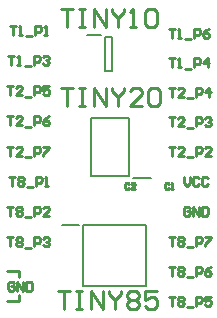
<source format=gto>
G04*
G04 #@! TF.GenerationSoftware,Altium Limited,Altium Designer,20.0.14 (345)*
G04*
G04 Layer_Color=65535*
%FSLAX25Y25*%
%MOIN*%
G70*
G01*
G75*
%ADD10C,0.01000*%
%ADD11C,0.00787*%
D10*
X404000Y232500D02*
Y234500D01*
Y224500D02*
Y226500D01*
X403000Y224500D02*
X404000D01*
X400000D02*
X404000D01*
X400000Y234500D02*
X404000D01*
X460999Y255499D02*
X460499Y255999D01*
X459500D01*
X459000Y255499D01*
Y253500D01*
X459500Y253000D01*
X460499D01*
X460999Y253500D01*
Y254500D01*
X460000D01*
X461999Y253000D02*
Y255999D01*
X463998Y253000D01*
Y255999D01*
X464998D02*
Y253000D01*
X466498D01*
X466997Y253500D01*
Y255499D01*
X466498Y255999D01*
X464998D01*
X459000Y265999D02*
Y264000D01*
X460000Y263000D01*
X460999Y264000D01*
Y265999D01*
X463998Y265499D02*
X463498Y265999D01*
X462499D01*
X461999Y265499D01*
Y263500D01*
X462499Y263000D01*
X463498D01*
X463998Y263500D01*
X466997Y265499D02*
X466498Y265999D01*
X465498D01*
X464998Y265499D01*
Y263500D01*
X465498Y263000D01*
X466498D01*
X466997Y263500D01*
X402499Y230499D02*
X402000Y230999D01*
X401000D01*
X400500Y230499D01*
Y228500D01*
X401000Y228000D01*
X402000D01*
X402499Y228500D01*
Y229500D01*
X401500D01*
X403499Y228000D02*
Y230999D01*
X405498Y228000D01*
Y230999D01*
X406498D02*
Y228000D01*
X407998D01*
X408497Y228500D01*
Y230499D01*
X407998Y230999D01*
X406498D01*
X454000Y225999D02*
X455999D01*
X455000D01*
Y223000D01*
X456999Y225499D02*
X457499Y225999D01*
X458498D01*
X458998Y225499D01*
Y224999D01*
X458498Y224499D01*
X458998Y224000D01*
Y223500D01*
X458498Y223000D01*
X457499D01*
X456999Y223500D01*
Y224000D01*
X457499Y224499D01*
X456999Y224999D01*
Y225499D01*
X457499Y224499D02*
X458498D01*
X459998Y222500D02*
X461997D01*
X462997Y223000D02*
Y225999D01*
X464497D01*
X464996Y225499D01*
Y224499D01*
X464497Y224000D01*
X462997D01*
X467996Y225999D02*
X465996D01*
Y224499D01*
X466996Y224999D01*
X467496D01*
X467996Y224499D01*
Y223500D01*
X467496Y223000D01*
X466496D01*
X465996Y223500D01*
X454000Y235999D02*
X455999D01*
X455000D01*
Y233000D01*
X456999Y235499D02*
X457499Y235999D01*
X458498D01*
X458998Y235499D01*
Y234999D01*
X458498Y234499D01*
X458998Y233999D01*
Y233500D01*
X458498Y233000D01*
X457499D01*
X456999Y233500D01*
Y233999D01*
X457499Y234499D01*
X456999Y234999D01*
Y235499D01*
X457499Y234499D02*
X458498D01*
X459998Y232500D02*
X461997D01*
X462997Y233000D02*
Y235999D01*
X464497D01*
X464996Y235499D01*
Y234499D01*
X464497Y233999D01*
X462997D01*
X467996Y235999D02*
X466996Y235499D01*
X465996Y234499D01*
Y233500D01*
X466496Y233000D01*
X467496D01*
X467996Y233500D01*
Y233999D01*
X467496Y234499D01*
X465996D01*
X454000Y245999D02*
X455999D01*
X455000D01*
Y243000D01*
X456999Y245499D02*
X457499Y245999D01*
X458498D01*
X458998Y245499D01*
Y244999D01*
X458498Y244499D01*
X458998Y244000D01*
Y243500D01*
X458498Y243000D01*
X457499D01*
X456999Y243500D01*
Y244000D01*
X457499Y244499D01*
X456999Y244999D01*
Y245499D01*
X457499Y244499D02*
X458498D01*
X459998Y242500D02*
X461997D01*
X462997Y243000D02*
Y245999D01*
X464497D01*
X464996Y245499D01*
Y244499D01*
X464497Y244000D01*
X462997D01*
X465996Y245999D02*
X467996D01*
Y245499D01*
X465996Y243500D01*
Y243000D01*
X400250Y245920D02*
X402249D01*
X401250D01*
Y242921D01*
X403249Y245420D02*
X403749Y245920D01*
X404748D01*
X405248Y245420D01*
Y244920D01*
X404748Y244420D01*
X405248Y243921D01*
Y243421D01*
X404748Y242921D01*
X403749D01*
X403249Y243421D01*
Y243921D01*
X403749Y244420D01*
X403249Y244920D01*
Y245420D01*
X403749Y244420D02*
X404748D01*
X406248Y242421D02*
X408247D01*
X409247Y242921D02*
Y245920D01*
X410746D01*
X411246Y245420D01*
Y244420D01*
X410746Y243921D01*
X409247D01*
X412246Y245420D02*
X412746Y245920D01*
X413746D01*
X414245Y245420D01*
Y244920D01*
X413746Y244420D01*
X413246D01*
X413746D01*
X414245Y243921D01*
Y243421D01*
X413746Y242921D01*
X412746D01*
X412246Y243421D01*
X400250Y255991D02*
X402249D01*
X401250D01*
Y252992D01*
X403249Y255491D02*
X403749Y255991D01*
X404748D01*
X405248Y255491D01*
Y254992D01*
X404748Y254492D01*
X405248Y253992D01*
Y253492D01*
X404748Y252992D01*
X403749D01*
X403249Y253492D01*
Y253992D01*
X403749Y254492D01*
X403249Y254992D01*
Y255491D01*
X403749Y254492D02*
X404748D01*
X406248Y252492D02*
X408247D01*
X409247Y252992D02*
Y255991D01*
X410746D01*
X411246Y255491D01*
Y254492D01*
X410746Y253992D01*
X409247D01*
X414245Y252992D02*
X412246D01*
X414245Y254992D01*
Y255491D01*
X413746Y255991D01*
X412746D01*
X412246Y255491D01*
X400750Y266063D02*
X402749D01*
X401749D01*
Y263064D01*
X403749Y265563D02*
X404249Y266063D01*
X405248D01*
X405748Y265563D01*
Y265063D01*
X405248Y264563D01*
X405748Y264063D01*
Y263564D01*
X405248Y263064D01*
X404249D01*
X403749Y263564D01*
Y264063D01*
X404249Y264563D01*
X403749Y265063D01*
Y265563D01*
X404249Y264563D02*
X405248D01*
X406748Y262564D02*
X408747D01*
X409747Y263064D02*
Y266063D01*
X411246D01*
X411746Y265563D01*
Y264563D01*
X411246Y264063D01*
X409747D01*
X412746Y263064D02*
X413746D01*
X413246D01*
Y266063D01*
X412746Y265563D01*
X454000Y276122D02*
X455999D01*
X455000D01*
Y273123D01*
X458998D02*
X456999D01*
X458998Y275122D01*
Y275622D01*
X458498Y276122D01*
X457499D01*
X456999Y275622D01*
X459998Y272623D02*
X461997D01*
X462997Y273123D02*
Y276122D01*
X464497D01*
X464996Y275622D01*
Y274622D01*
X464497Y274122D01*
X462997D01*
X467996Y273123D02*
X465996D01*
X467996Y275122D01*
Y275622D01*
X467496Y276122D01*
X466496D01*
X465996Y275622D01*
X454000Y285946D02*
X455999D01*
X455000D01*
Y282947D01*
X458998D02*
X456999D01*
X458998Y284946D01*
Y285446D01*
X458498Y285946D01*
X457499D01*
X456999Y285446D01*
X459998Y282447D02*
X461997D01*
X462997Y282947D02*
Y285946D01*
X464497D01*
X464996Y285446D01*
Y284447D01*
X464497Y283947D01*
X462997D01*
X465996Y285446D02*
X466496Y285946D01*
X467496D01*
X467996Y285446D01*
Y284946D01*
X467496Y284447D01*
X466996D01*
X467496D01*
X467996Y283947D01*
Y283447D01*
X467496Y282947D01*
X466496D01*
X465996Y283447D01*
X454000Y295771D02*
X455999D01*
X455000D01*
Y292772D01*
X458998D02*
X456999D01*
X458998Y294771D01*
Y295271D01*
X458498Y295771D01*
X457499D01*
X456999Y295271D01*
X459998Y292272D02*
X461997D01*
X462997Y292772D02*
Y295771D01*
X464497D01*
X464996Y295271D01*
Y294271D01*
X464497Y293771D01*
X462997D01*
X467496Y292772D02*
Y295771D01*
X465996Y294271D01*
X467996D01*
X400250Y276134D02*
X402249D01*
X401250D01*
Y273135D01*
X405248D02*
X403249D01*
X405248Y275134D01*
Y275634D01*
X404748Y276134D01*
X403749D01*
X403249Y275634D01*
X406248Y272635D02*
X408247D01*
X409247Y273135D02*
Y276134D01*
X410746D01*
X411246Y275634D01*
Y274635D01*
X410746Y274135D01*
X409247D01*
X412246Y276134D02*
X414245D01*
Y275634D01*
X412246Y273635D01*
Y273135D01*
X400250Y286206D02*
X402249D01*
X401250D01*
Y283207D01*
X405248D02*
X403249D01*
X405248Y285206D01*
Y285706D01*
X404748Y286206D01*
X403749D01*
X403249Y285706D01*
X406248Y282707D02*
X408247D01*
X409247Y283207D02*
Y286206D01*
X410746D01*
X411246Y285706D01*
Y284706D01*
X410746Y284206D01*
X409247D01*
X414245Y286206D02*
X413246Y285706D01*
X412246Y284706D01*
Y283706D01*
X412746Y283207D01*
X413746D01*
X414245Y283706D01*
Y284206D01*
X413746Y284706D01*
X412246D01*
X400250Y296277D02*
X402249D01*
X401250D01*
Y293278D01*
X405248D02*
X403249D01*
X405248Y295277D01*
Y295777D01*
X404748Y296277D01*
X403749D01*
X403249Y295777D01*
X406248Y292778D02*
X408247D01*
X409247Y293278D02*
Y296277D01*
X410746D01*
X411246Y295777D01*
Y294777D01*
X410746Y294278D01*
X409247D01*
X414245Y296277D02*
X412246D01*
Y294777D01*
X413246Y295277D01*
X413746D01*
X414245Y294777D01*
Y293778D01*
X413746Y293278D01*
X412746D01*
X412246Y293778D01*
X454000Y305595D02*
X455999D01*
X455000D01*
Y302596D01*
X456999D02*
X457999D01*
X457499D01*
Y305595D01*
X456999Y305096D01*
X459498Y302097D02*
X461498D01*
X462497Y302596D02*
Y305595D01*
X463997D01*
X464497Y305096D01*
Y304096D01*
X463997Y303596D01*
X462497D01*
X466996Y302596D02*
Y305595D01*
X465496Y304096D01*
X467496D01*
X454000Y315420D02*
X455999D01*
X455000D01*
Y312421D01*
X456999D02*
X457999D01*
X457499D01*
Y315420D01*
X456999Y314920D01*
X459498Y311921D02*
X461498D01*
X462497Y312421D02*
Y315420D01*
X463997D01*
X464497Y314920D01*
Y313920D01*
X463997Y313421D01*
X462497D01*
X467496Y315420D02*
X466496Y314920D01*
X465496Y313920D01*
Y312921D01*
X465996Y312421D01*
X466996D01*
X467496Y312921D01*
Y313421D01*
X466996Y313920D01*
X465496D01*
X400500Y306348D02*
X402499D01*
X401500D01*
Y303349D01*
X403499D02*
X404498D01*
X403999D01*
Y306348D01*
X403499Y305849D01*
X405998Y302850D02*
X407997D01*
X408997Y303349D02*
Y306348D01*
X410497D01*
X410996Y305849D01*
Y304849D01*
X410497Y304349D01*
X408997D01*
X411996Y305849D02*
X412496Y306348D01*
X413496D01*
X413996Y305849D01*
Y305349D01*
X413496Y304849D01*
X412996D01*
X413496D01*
X413996Y304349D01*
Y303849D01*
X413496Y303349D01*
X412496D01*
X411996Y303849D01*
X401000Y316420D02*
X402999D01*
X401999D01*
Y313421D01*
X403999D02*
X404998D01*
X404498D01*
Y316420D01*
X403999Y315920D01*
X406498Y312921D02*
X408497D01*
X409497Y313421D02*
Y316420D01*
X410996D01*
X411496Y315920D01*
Y314920D01*
X410996Y314421D01*
X409497D01*
X412496Y313421D02*
X413496D01*
X412996D01*
Y316420D01*
X412496Y315920D01*
X440714Y263745D02*
X440381Y264079D01*
X439714D01*
X439381Y263745D01*
Y262413D01*
X439714Y262079D01*
X440381D01*
X440714Y262413D01*
X442713Y262079D02*
X441381D01*
X442713Y263412D01*
Y263745D01*
X442380Y264079D01*
X441714D01*
X441381Y263745D01*
X454000Y263667D02*
X453667Y264000D01*
X453000D01*
X452667Y263667D01*
Y262334D01*
X453000Y262000D01*
X453667D01*
X454000Y262334D01*
X454666Y262000D02*
X455333D01*
X455000D01*
Y264000D01*
X454666Y263667D01*
X417005Y227999D02*
X421004D01*
X419005D01*
Y222001D01*
X423003Y227999D02*
X425003D01*
X424003D01*
Y222001D01*
X423003D01*
X425003D01*
X428002D02*
Y227999D01*
X432000Y222001D01*
Y227999D01*
X434000D02*
Y226999D01*
X435999Y225000D01*
X437998Y226999D01*
Y227999D01*
X435999Y225000D02*
Y222001D01*
X439998Y226999D02*
X440998Y227999D01*
X442997D01*
X443997Y226999D01*
Y226000D01*
X442997Y225000D01*
X443997Y224000D01*
Y223001D01*
X442997Y222001D01*
X440998D01*
X439998Y223001D01*
Y224000D01*
X440998Y225000D01*
X439998Y226000D01*
Y226999D01*
X440998Y225000D02*
X442997D01*
X449995Y227999D02*
X445996D01*
Y225000D01*
X447995Y226000D01*
X448995D01*
X449995Y225000D01*
Y223001D01*
X448995Y222001D01*
X446996D01*
X445996Y223001D01*
X418005Y295499D02*
X422004D01*
X420005D01*
Y289501D01*
X424003Y295499D02*
X426003D01*
X425003D01*
Y289501D01*
X424003D01*
X426003D01*
X429002D02*
Y295499D01*
X433001Y289501D01*
Y295499D01*
X435000D02*
Y294499D01*
X436999Y292500D01*
X438999Y294499D01*
Y295499D01*
X436999Y292500D02*
Y289501D01*
X444997D02*
X440998D01*
X444997Y293500D01*
Y294499D01*
X443997Y295499D01*
X441998D01*
X440998Y294499D01*
X446996D02*
X447996Y295499D01*
X449995D01*
X450995Y294499D01*
Y290501D01*
X449995Y289501D01*
X447996D01*
X446996Y290501D01*
Y294499D01*
X418005Y321999D02*
X422004D01*
X420005D01*
Y316001D01*
X424003Y321999D02*
X426003D01*
X425003D01*
Y316001D01*
X424003D01*
X426003D01*
X429002D02*
Y321999D01*
X433000Y316001D01*
Y321999D01*
X435000D02*
Y320999D01*
X436999Y319000D01*
X438998Y320999D01*
Y321999D01*
X436999Y319000D02*
Y316001D01*
X440998D02*
X442997D01*
X441997D01*
Y321999D01*
X440998Y320999D01*
X445996D02*
X446996Y321999D01*
X448995D01*
X449995Y320999D01*
Y317001D01*
X448995Y316001D01*
X446996D01*
X445996Y317001D01*
Y320999D01*
D11*
X418284Y249980D02*
X424189D01*
X425587Y229704D02*
Y250138D01*
Y229704D02*
X446413D01*
Y250138D01*
X425587D02*
X446413D01*
X428201Y266275D02*
X440799D01*
X428201D02*
Y285567D01*
X440799D01*
Y266275D02*
Y285567D01*
X442177Y265764D02*
X448181D01*
X432819Y312630D02*
X435181D01*
Y301212D02*
Y312630D01*
X432819Y301212D02*
X435181D01*
X432819D02*
Y312630D01*
X426717Y313220D02*
X431441D01*
M02*

</source>
